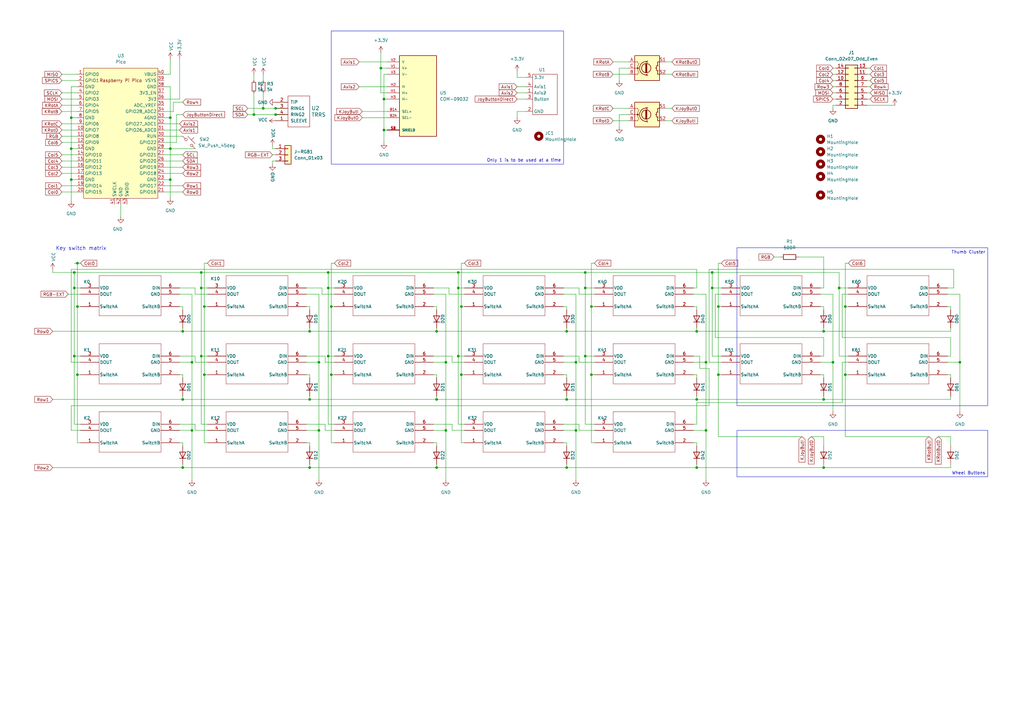
<source format=kicad_sch>
(kicad_sch (version 20230121) (generator eeschema)
  (paper "A3")
  (junction (at 337.82 191.77))
  (junction (at 294.64 153.67))
  (junction (at 337.82 163.83))
  (junction (at 29.21 73.66))
  (junction (at 187.96 111.76))
  (junction (at 187.96 118.11))
  (junction (at 82.55 146.05))
  (junction (at 134.62 111.76))
  (junction (at 130.81 148.59))
  (junction (at 240.03 118.11))
  (junction (at 83.82 153.67))
  (junction (at 242.57 153.67))
  (junction (at 179.07 191.77))
  (junction (at 285.75 135.89))
  (junction (at 69.85 60.96))
  (junction (at 156.21 27.94))
  (junction (at 189.23 125.73))
  (junction (at 232.41 191.77))
  (junction (at 74.93 191.77))
  (junction (at 31.75 125.73))
  (junction (at 182.88 148.59))
  (junction (at 346.71 125.73))
  (junction (at 127 191.77))
  (junction (at 232.41 135.89))
  (junction (at 294.64 125.73))
  (junction (at 236.22 176.53))
  (junction (at 236.22 148.59))
  (junction (at 127 163.83))
  (junction (at 69.85 48.26))
  (junction (at 83.82 125.73))
  (junction (at 113.03 46.99))
  (junction (at 182.88 176.53))
  (junction (at 78.74 176.53))
  (junction (at 157.48 40.64))
  (junction (at 74.93 163.83))
  (junction (at 134.62 118.11))
  (junction (at 344.17 118.11))
  (junction (at 187.96 146.05))
  (junction (at 242.57 125.73))
  (junction (at 74.93 135.89))
  (junction (at 240.03 146.05))
  (junction (at 135.89 125.73))
  (junction (at 292.1 111.76))
  (junction (at 30.48 111.76))
  (junction (at 104.14 46.99))
  (junction (at 289.56 148.59))
  (junction (at 134.62 146.05))
  (junction (at 29.21 48.26))
  (junction (at 135.89 153.67))
  (junction (at 179.07 135.89))
  (junction (at 31.75 107.95))
  (junction (at 292.1 118.11))
  (junction (at 189.23 153.67))
  (junction (at 285.75 191.77))
  (junction (at 346.71 153.67))
  (junction (at 107.95 44.45))
  (junction (at 130.81 176.53))
  (junction (at 337.82 135.89))
  (junction (at 31.75 153.67))
  (junction (at 78.74 148.59))
  (junction (at 29.21 60.96))
  (junction (at 82.55 118.11))
  (junction (at 179.07 163.83))
  (junction (at 341.63 148.59))
  (junction (at 69.85 73.66))
  (junction (at 113.03 44.45))
  (junction (at 393.7 148.59))
  (junction (at 127 135.89))
  (junction (at 30.48 146.05))
  (junction (at 82.55 111.76))
  (junction (at 157.48 53.34))
  (junction (at 289.56 176.53))
  (junction (at 30.48 118.11))
  (junction (at 232.41 163.83))
  (junction (at 285.75 163.83))
  (junction (at 240.03 111.76))
  (wire (pts (xy 134.62 146.05) (xy 137.16 146.05)))
  (wire (pts (xy 190.5 181.61) (xy 189.23 181.61)))
  (wire (pts (xy 148.59 48.26) (xy 158.75 48.26)))
  (wire (pts (xy 285.75 110.49) (xy 285.75 118.11)))
  (wire (pts (xy 273.05 30.48) (xy 275.59 30.48)))
  (wire (pts (xy 71.12 45.72) (xy 71.12 41.91)))
  (wire (pts (xy 115.57 49.53) (xy 116.84 49.53)))
  (wire (pts (xy 232.41 125.73) (xy 232.41 127)))
  (wire (pts (xy 107.95 44.45) (xy 113.03 44.45)))
  (wire (pts (xy 231.14 148.59) (xy 236.22 148.59)))
  (wire (pts (xy 147.32 35.56) (xy 158.75 35.56)))
  (wire (pts (xy 74.93 191.77) (xy 127 191.77)))
  (wire (pts (xy 82.55 118.11) (xy 82.55 146.05)))
  (wire (pts (xy 125.73 125.73) (xy 127 125.73)))
  (wire (pts (xy 67.31 76.2) (xy 74.93 76.2)))
  (wire (pts (xy 25.4 76.2) (xy 31.75 76.2)))
  (wire (pts (xy 113.03 46.99) (xy 116.84 46.99)))
  (wire (pts (xy 355.6 35.56) (xy 356.87 35.56)))
  (wire (pts (xy 236.22 120.65) (xy 236.22 148.59)))
  (wire (pts (xy 285.75 163.83) (xy 337.82 163.83)))
  (wire (pts (xy 285.75 190.5) (xy 285.75 191.77)))
  (wire (pts (xy 285.75 134.62) (xy 285.75 135.89)))
  (wire (pts (xy 243.84 125.73) (xy 242.57 125.73)))
  (wire (pts (xy 72.39 58.42) (xy 72.39 46.99)))
  (wire (pts (xy 74.93 135.89) (xy 127 135.89)))
  (wire (pts (xy 251.46 25.4) (xy 257.81 25.4)))
  (wire (pts (xy 289.56 176.53) (xy 289.56 196.85)))
  (wire (pts (xy 80.01 118.11) (xy 73.66 118.11)))
  (wire (pts (xy 295.91 153.67) (xy 294.64 153.67)))
  (wire (pts (xy 355.6 40.64) (xy 356.87 40.64)))
  (wire (pts (xy 341.63 120.65) (xy 336.55 120.65)))
  (wire (pts (xy 345.44 165.1) (xy 285.75 165.1)))
  (wire (pts (xy 243.84 148.59) (xy 237.49 148.59)))
  (wire (pts (xy 337.82 134.62) (xy 337.82 135.89)))
  (wire (pts (xy 127 191.77) (xy 179.07 191.77)))
  (wire (pts (xy 25.4 30.48) (xy 31.75 30.48)))
  (wire (pts (xy 237.49 176.53) (xy 237.49 173.99)))
  (wire (pts (xy 21.59 191.77) (xy 74.93 191.77)))
  (wire (pts (xy 336.55 148.59) (xy 341.63 148.59)))
  (wire (pts (xy 49.53 83.82) (xy 49.53 88.9)))
  (wire (pts (xy 341.63 33.02) (xy 342.9 33.02)))
  (wire (pts (xy 388.62 118.11) (xy 391.16 118.11)))
  (wire (pts (xy 127 190.5) (xy 127 191.77)))
  (wire (pts (xy 355.6 43.18) (xy 367.03 43.18)))
  (wire (pts (xy 287.02 151.13) (xy 287.02 146.05)))
  (wire (pts (xy 127 163.83) (xy 179.07 163.83)))
  (wire (pts (xy 74.93 190.5) (xy 74.93 191.77)))
  (wire (pts (xy 337.82 125.73) (xy 337.82 127)))
  (wire (pts (xy 82.55 118.11) (xy 85.09 118.11)))
  (wire (pts (xy 177.8 153.67) (xy 179.07 153.67)))
  (wire (pts (xy 85.09 181.61) (xy 83.82 181.61)))
  (wire (pts (xy 232.41 191.77) (xy 285.75 191.77)))
  (wire (pts (xy 346.71 153.67) (xy 346.71 179.07)))
  (wire (pts (xy 67.31 35.56) (xy 69.85 35.56)))
  (wire (pts (xy 190.5 148.59) (xy 185.42 148.59)))
  (wire (pts (xy 212.09 38.1) (xy 215.9 38.1)))
  (wire (pts (xy 67.31 48.26) (xy 69.85 48.26)))
  (wire (pts (xy 133.35 176.53) (xy 133.35 173.99)))
  (wire (pts (xy 389.89 134.62) (xy 389.89 135.89)))
  (wire (pts (xy 25.4 66.04) (xy 31.75 66.04)))
  (wire (pts (xy 125.73 118.11) (xy 132.08 118.11)))
  (wire (pts (xy 25.4 50.8) (xy 31.75 50.8)))
  (wire (pts (xy 134.62 111.76) (xy 187.96 111.76)))
  (wire (pts (xy 337.82 179.07) (xy 337.82 182.88)))
  (wire (pts (xy 190.5 107.95) (xy 189.23 107.95)))
  (wire (pts (xy 157.48 40.64) (xy 158.75 40.64)))
  (wire (pts (xy 29.21 176.53) (xy 29.21 166.37)))
  (wire (pts (xy 190.5 176.53) (xy 185.42 176.53)))
  (wire (pts (xy 389.89 138.43) (xy 389.89 146.05)))
  (wire (pts (xy 29.21 60.96) (xy 29.21 73.66)))
  (wire (pts (xy 285.75 125.73) (xy 285.75 127)))
  (wire (pts (xy 85.09 176.53) (xy 80.01 176.53)))
  (wire (pts (xy 251.46 44.45) (xy 257.81 44.45)))
  (wire (pts (xy 240.03 118.11) (xy 243.84 118.11)))
  (wire (pts (xy 179.07 135.89) (xy 232.41 135.89)))
  (wire (pts (xy 355.6 38.1) (xy 356.87 38.1)))
  (wire (pts (xy 332.74 179.07) (xy 337.82 179.07)))
  (wire (pts (xy 177.8 120.65) (xy 182.88 120.65)))
  (wire (pts (xy 389.89 153.67) (xy 389.89 154.94)))
  (wire (pts (xy 83.82 107.95) (xy 85.09 107.95)))
  (wire (pts (xy 125.73 146.05) (xy 133.35 146.05)))
  (wire (pts (xy 25.4 53.34) (xy 31.75 53.34)))
  (wire (pts (xy 347.98 120.65) (xy 345.44 120.65)))
  (wire (pts (xy 31.75 48.26) (xy 29.21 48.26)))
  (wire (pts (xy 294.64 107.95) (xy 295.91 107.95)))
  (wire (pts (xy 389.89 179.07) (xy 389.89 182.88)))
  (wire (pts (xy 135.89 153.67) (xy 137.16 153.67)))
  (wire (pts (xy 113.03 66.04) (xy 111.76 66.04)))
  (wire (pts (xy 337.82 146.05) (xy 336.55 146.05)))
  (wire (pts (xy 243.84 120.65) (xy 237.49 120.65)))
  (wire (pts (xy 73.66 148.59) (xy 78.74 148.59)))
  (wire (pts (xy 341.63 168.91) (xy 341.63 148.59)))
  (wire (pts (xy 285.75 173.99) (xy 284.48 173.99)))
  (wire (pts (xy 104.14 46.99) (xy 113.03 46.99)))
  (wire (pts (xy 179.07 125.73) (xy 179.07 127)))
  (wire (pts (xy 69.85 48.26) (xy 69.85 60.96)))
  (wire (pts (xy 29.21 110.49) (xy 285.75 110.49)))
  (wire (pts (xy 130.81 148.59) (xy 130.81 176.53)))
  (wire (pts (xy 177.8 146.05) (xy 185.42 146.05)))
  (wire (pts (xy 31.75 153.67) (xy 31.75 181.61)))
  (wire (pts (xy 254 46.99) (xy 257.81 46.99)))
  (wire (pts (xy 157.48 58.42) (xy 157.48 53.34)))
  (wire (pts (xy 347.98 125.73) (xy 346.71 125.73)))
  (wire (pts (xy 290.83 110.49) (xy 391.16 110.49)))
  (wire (pts (xy 67.31 66.04) (xy 74.93 66.04)))
  (wire (pts (xy 33.02 181.61) (xy 31.75 181.61)))
  (wire (pts (xy 285.75 162.56) (xy 285.75 163.83)))
  (wire (pts (xy 80.01 148.59) (xy 80.01 146.05)))
  (wire (pts (xy 292.1 111.76) (xy 292.1 118.11)))
  (wire (pts (xy 67.31 45.72) (xy 71.12 45.72)))
  (wire (pts (xy 29.21 35.56) (xy 31.75 35.56)))
  (wire (pts (xy 29.21 148.59) (xy 29.21 110.49)))
  (wire (pts (xy 25.4 63.5) (xy 31.75 63.5)))
  (wire (pts (xy 72.39 46.99) (xy 74.93 46.99)))
  (wire (pts (xy 104.14 46.99) (xy 101.6 46.99)))
  (wire (pts (xy 240.03 118.11) (xy 240.03 146.05)))
  (wire (pts (xy 285.75 191.77) (xy 337.82 191.77)))
  (wire (pts (xy 355.6 30.48) (xy 356.87 30.48)))
  (wire (pts (xy 127 153.67) (xy 127 154.94)))
  (wire (pts (xy 285.75 182.88) (xy 285.75 181.61)))
  (wire (pts (xy 254 27.94) (xy 257.81 27.94)))
  (wire (pts (xy 284.48 181.61) (xy 285.75 181.61)))
  (wire (pts (xy 111.76 60.96) (xy 113.03 60.96)))
  (wire (pts (xy 135.89 125.73) (xy 137.16 125.73)))
  (wire (pts (xy 341.63 148.59) (xy 341.63 120.65)))
  (wire (pts (xy 289.56 120.65) (xy 289.56 148.59)))
  (wire (pts (xy 388.62 125.73) (xy 389.89 125.73)))
  (wire (pts (xy 355.6 33.02) (xy 356.87 33.02)))
  (wire (pts (xy 388.62 153.67) (xy 389.89 153.67)))
  (wire (pts (xy 157.48 53.34) (xy 158.75 53.34)))
  (wire (pts (xy 101.6 44.45) (xy 107.95 44.45)))
  (wire (pts (xy 344.17 111.76) (xy 344.17 118.11)))
  (wire (pts (xy 127 162.56) (xy 127 163.83)))
  (wire (pts (xy 342.9 43.18) (xy 341.63 43.18)))
  (wire (pts (xy 137.16 173.99) (xy 134.62 173.99)))
  (wire (pts (xy 67.31 53.34) (xy 73.66 53.34)))
  (wire (pts (xy 346.71 107.95) (xy 347.98 107.95)))
  (wire (pts (xy 232.41 190.5) (xy 232.41 191.77)))
  (wire (pts (xy 347.98 146.05) (xy 344.17 146.05)))
  (wire (pts (xy 177.8 176.53) (xy 182.88 176.53)))
  (wire (pts (xy 156.21 27.94) (xy 158.75 27.94)))
  (wire (pts (xy 212.09 40.64) (xy 215.9 40.64)))
  (wire (pts (xy 125.73 176.53) (xy 130.81 176.53)))
  (wire (pts (xy 85.09 148.59) (xy 80.01 148.59)))
  (wire (pts (xy 231.14 176.53) (xy 236.22 176.53)))
  (wire (pts (xy 231.14 125.73) (xy 232.41 125.73)))
  (wire (pts (xy 74.93 163.83) (xy 127 163.83)))
  (wire (pts (xy 78.74 176.53) (xy 78.74 148.59)))
  (wire (pts (xy 111.76 59.69) (xy 111.76 60.96)))
  (wire (pts (xy 232.41 182.88) (xy 232.41 181.61)))
  (wire (pts (xy 341.63 38.1) (xy 342.9 38.1)))
  (wire (pts (xy 388.62 148.59) (xy 393.7 148.59)))
  (wire (pts (xy 31.75 107.95) (xy 33.02 107.95)))
  (wire (pts (xy 337.82 162.56) (xy 337.82 163.83)))
  (wire (pts (xy 21.59 135.89) (xy 74.93 135.89)))
  (wire (pts (xy 242.57 125.73) (xy 242.57 153.67)))
  (wire (pts (xy 240.03 111.76) (xy 292.1 111.76)))
  (wire (pts (xy 147.32 25.4) (xy 158.75 25.4)))
  (wire (pts (xy 125.73 173.99) (xy 133.35 173.99)))
  (wire (pts (xy 295.91 125.73) (xy 294.64 125.73)))
  (wire (pts (xy 74.93 154.94) (xy 74.93 153.67)))
  (wire (pts (xy 30.48 107.95) (xy 31.75 107.95)))
  (wire (pts (xy 130.81 120.65) (xy 130.81 148.59)))
  (wire (pts (xy 67.31 55.88) (xy 74.93 55.88)))
  (wire (pts (xy 30.48 111.76) (xy 82.55 111.76)))
  (wire (pts (xy 355.6 27.94) (xy 356.87 27.94)))
  (wire (pts (xy 346.71 125.73) (xy 346.71 153.67)))
  (wire (pts (xy 73.66 176.53) (xy 78.74 176.53)))
  (wire (pts (xy 285.75 118.11) (xy 284.48 118.11)))
  (wire (pts (xy 156.21 27.94) (xy 156.21 38.1)))
  (wire (pts (xy 134.62 111.76) (xy 134.62 118.11)))
  (wire (pts (xy 85.09 120.65) (xy 80.01 120.65)))
  (wire (pts (xy 290.83 148.59) (xy 290.83 110.49)))
  (wire (pts (xy 33.02 148.59) (xy 29.21 148.59)))
  (wire (pts (xy 337.82 135.89) (xy 389.89 135.89)))
  (wire (pts (xy 341.63 43.18) (xy 341.63 44.45)))
  (wire (pts (xy 74.93 125.73) (xy 74.93 127)))
  (wire (pts (xy 344.17 118.11) (xy 347.98 118.11)))
  (wire (pts (xy 80.01 176.53) (xy 80.01 173.99)))
  (wire (pts (xy 74.93 134.62) (xy 74.93 135.89)))
  (wire (pts (xy 345.44 148.59) (xy 345.44 165.1)))
  (wire (pts (xy 345.44 120.65) (xy 345.44 138.43)))
  (wire (pts (xy 156.21 21.59) (xy 156.21 27.94)))
  (wire (pts (xy 135.89 153.67) (xy 135.89 125.73)))
  (wire (pts (xy 157.48 40.64) (xy 157.48 30.48)))
  (wire (pts (xy 132.08 120.65) (xy 132.08 118.11)))
  (wire (pts (xy 285.75 153.67) (xy 285.75 154.94)))
  (wire (pts (xy 80.01 120.65) (xy 80.01 118.11)))
  (wire (pts (xy 30.48 111.76) (xy 30.48 118.11)))
  (wire (pts (xy 25.4 55.88) (xy 31.75 55.88)))
  (wire (pts (xy 284.48 146.05) (xy 287.02 146.05)))
  (wire (pts (xy 133.35 148.59) (xy 133.35 146.05)))
  (wire (pts (xy 82.55 146.05) (xy 82.55 173.99)))
  (wire (pts (xy 179.07 190.5) (xy 179.07 191.77)))
  (wire (pts (xy 284.48 153.67) (xy 285.75 153.67)))
  (wire (pts (xy 29.21 166.37) (xy 290.83 166.37)))
  (wire (pts (xy 67.31 71.12) (xy 74.93 71.12)))
  (wire (pts (xy 137.16 176.53) (xy 133.35 176.53)))
  (wire (pts (xy 341.63 30.48) (xy 342.9 30.48)))
  (wire (pts (xy 179.07 153.67) (xy 179.07 154.94)))
  (wire (pts (xy 187.96 146.05) (xy 187.96 173.99)))
  (wire (pts (xy 127 135.89) (xy 179.07 135.89)))
  (wire (pts (xy 29.21 48.26) (xy 29.21 35.56)))
  (wire (pts (xy 73.66 125.73) (xy 74.93 125.73)))
  (wire (pts (xy 237.49 148.59) (xy 237.49 146.05)))
  (wire (pts (xy 177.8 173.99) (xy 185.42 173.99)))
  (wire (pts (xy 341.63 35.56) (xy 342.9 35.56)))
  (wire (pts (xy 148.59 45.72) (xy 158.75 45.72)))
  (wire (pts (xy 189.23 125.73) (xy 190.5 125.73)))
  (wire (pts (xy 25.4 43.18) (xy 31.75 43.18)))
  (wire (pts (xy 242.57 153.67) (xy 242.57 181.61)))
  (wire (pts (xy 127 134.62) (xy 127 135.89)))
  (wire (pts (xy 67.31 78.74) (xy 74.93 78.74)))
  (wire (pts (xy 212.09 45.72) (xy 212.09 48.26)))
  (wire (pts (xy 337.82 105.41) (xy 337.82 118.11)))
  (wire (pts (xy 237.49 120.65) (xy 237.49 118.11)))
  (wire (pts (xy 337.82 138.43) (xy 337.82 146.05)))
  (wire (pts (xy 82.55 111.76) (xy 82.55 118.11)))
  (wire (pts (xy 336.55 125.73) (xy 337.82 125.73)))
  (wire (pts (xy 179.07 163.83) (xy 232.41 163.83)))
  (wire (pts (xy 231.14 146.05) (xy 237.49 146.05)))
  (wire (pts (xy 67.31 50.8) (xy 73.66 50.8)))
  (wire (pts (xy 393.7 120.65) (xy 393.7 148.59)))
  (wire (pts (xy 67.31 58.42) (xy 72.39 58.42)))
  (wire (pts (xy 83.82 125.73) (xy 83.82 153.67)))
  (wire (pts (xy 31.75 107.95) (xy 31.75 125.73)))
  (wire (pts (xy 240.03 111.76) (xy 240.03 118.11)))
  (wire (pts (xy 190.5 120.65) (xy 184.15 120.65)))
  (wire (pts (xy 125.73 181.61) (xy 127 181.61)))
  (wire (pts (xy 179.07 162.56) (xy 179.07 163.83)))
  (wire (pts (xy 190.5 153.67) (xy 189.23 153.67)))
  (wire (pts (xy 21.59 163.83) (xy 74.93 163.83)))
  (wire (pts (xy 231.14 120.65) (xy 236.22 120.65)))
  (wire (pts (xy 179.07 134.62) (xy 179.07 135.89)))
  (wire (pts (xy 231.14 181.61) (xy 232.41 181.61)))
  (wire (pts (xy 337.82 153.67) (xy 337.82 154.94)))
  (wire (pts (xy 78.74 196.85) (xy 78.74 176.53)))
  (wire (pts (xy 393.7 148.59) (xy 393.7 168.91)))
  (wire (pts (xy 289.56 148.59) (xy 289.56 176.53)))
  (wire (pts (xy 179.07 191.77) (xy 232.41 191.77)))
  (wire (pts (xy 29.21 73.66) (xy 29.21 82.55)))
  (wire (pts (xy 243.84 181.61) (xy 242.57 181.61)))
  (wire (pts (xy 293.37 138.43) (xy 337.82 138.43)))
  (wire (pts (xy 134.62 146.05) (xy 134.62 173.99)))
  (wire (pts (xy 177.8 181.61) (xy 179.07 181.61)))
  (wire (pts (xy 31.75 153.67) (xy 33.02 153.67)))
  (wire (pts (xy 212.09 29.21) (xy 212.09 31.75)))
  (wire (pts (xy 242.57 107.95) (xy 242.57 125.73)))
  (wire (pts (xy 179.07 181.61) (xy 179.07 182.88)))
  (wire (pts (xy 85.09 125.73) (xy 83.82 125.73)))
  (wire (pts (xy 184.15 118.11) (xy 177.8 118.11)))
  (wire (pts (xy 290.83 166.37) (xy 290.83 151.13)))
  (wire (pts (xy 69.85 35.56) (xy 69.85 48.26)))
  (wire (pts (xy 130.81 176.53) (xy 130.81 196.85)))
  (wire (pts (xy 294.64 125.73) (xy 294.64 107.95)))
  (wire (pts (xy 125.73 120.65) (xy 130.81 120.65)))
  (wire (pts (xy 189.23 107.95) (xy 189.23 125.73)))
  (wire (pts (xy 125.73 153.67) (xy 127 153.67)))
  (wire (pts (xy 67.31 63.5) (xy 74.93 63.5)))
  (wire (pts (xy 25.4 71.12) (xy 31.75 71.12)))
  (wire (pts (xy 232.41 153.67) (xy 232.41 154.94)))
  (wire (pts (xy 391.16 110.49) (xy 391.16 118.11)))
  (wire (pts (xy 184.15 120.65) (xy 184.15 118.11)))
  (wire (pts (xy 232.41 162.56) (xy 232.41 163.83)))
  (wire (pts (xy 25.4 33.02) (xy 31.75 33.02)))
  (wire (pts (xy 67.31 60.96) (xy 69.85 60.96)))
  (wire (pts (xy 232.41 134.62) (xy 232.41 135.89)))
  (wire (pts (xy 251.46 30.48) (xy 257.81 30.48)))
  (wire (pts (xy 317.5 105.41) (xy 320.04 105.41)))
  (wire (pts (xy 107.95 44.45) (xy 107.95 38.1)))
  (wire (pts (xy 346.71 107.95) (xy 346.71 125.73)))
  (wire (pts (xy 189.23 181.61) (xy 189.23 153.67)))
  (wire (pts (xy 30.48 146.05) (xy 30.48 173.99)))
  (wire (pts (xy 295.91 120.65) (xy 293.37 120.65)))
  (wire (pts (xy 232.41 163.83) (xy 285.75 163.83)))
  (wire (pts (xy 337.82 191.77) (xy 389.89 191.77)))
  (wire (pts (xy 384.81 179.07) (xy 389.89 179.07)))
  (wire (pts (xy 284.48 120.65) (xy 289.56 120.65)))
  (wire (pts (xy 182.88 176.53) (xy 182.88 196.85)))
  (wire (pts (xy 187.96 118.11) (xy 187.96 146.05)))
  (wire (pts (xy 285.75 135.89) (xy 337.82 135.89)))
  (wire (pts (xy 284.48 176.53) (xy 289.56 176.53)))
  (wire (pts (xy 345.44 138.43) (xy 389.89 138.43)))
  (wire (pts (xy 251.46 49.53) (xy 257.81 49.53)))
  (wire (pts (xy 134.62 118.11) (xy 134.62 146.05)))
  (wire (pts (xy 389.89 125.73) (xy 389.89 127)))
  (wire (pts (xy 189.23 125.73) (xy 189.23 153.67)))
  (wire (pts (xy 74.93 153.67) (xy 73.66 153.67)))
  (wire (pts (xy 187.96 118.11) (xy 190.5 118.11)))
  (wire (pts (xy 73.66 146.05) (xy 80.01 146.05)))
  (wire (pts (xy 232.41 135.89) (xy 285.75 135.89)))
  (wire (pts (xy 337.82 163.83) (xy 389.89 163.83)))
  (wire (pts (xy 346.71 153.67) (xy 347.98 153.67)))
  (wire (pts (xy 135.89 181.61) (xy 135.89 153.67)))
  (wire (pts (xy 73.66 24.13) (xy 73.66 40.64)))
  (wire (pts (xy 389.89 162.56) (xy 389.89 163.83)))
  (wire (pts (xy 29.21 48.26) (xy 29.21 60.96)))
  (wire (pts (xy 337.82 118.11) (xy 336.55 118.11)))
  (wire (pts (xy 73.66 181.61) (xy 74.93 181.61)))
  (wire (pts (xy 69.85 60.96) (xy 69.85 73.66)))
  (wire (pts (xy 21.59 110.49) (xy 21.59 111.76)))
  (wire (pts (xy 113.03 44.45) (xy 116.84 44.45)))
  (wire (pts (xy 69.85 60.96) (xy 80.01 60.96)))
  (wire (pts (xy 69.85 81.28) (xy 69.85 73.66)))
  (wire (pts (xy 231.14 173.99) (xy 237.49 173.99)))
  (wire (pts (xy 25.4 45.72) (xy 31.75 45.72)))
  (wire (pts (xy 336.55 153.67) (xy 337.82 153.67)))
  (wire (pts (xy 254 33.02) (xy 254 27.94)))
  (wire (pts (xy 190.5 146.05) (xy 187.96 146.05)))
  (wire (pts (xy 177.8 148.59) (xy 182.88 148.59)))
  (wire (pts (xy 236.22 148.59) (xy 236.22 176.53)))
  (wire (pts (xy 294.64 153.67) (xy 294.64 179.07)))
  (wire (pts (xy 25.4 58.42) (xy 31.75 58.42)))
  (wire (pts (xy 157.48 53.34) (xy 157.48 40.64)))
  (wire (pts (xy 292.1 111.76) (xy 344.17 111.76)))
  (wire (pts (xy 243.84 153.67) (xy 242.57 153.67)))
  (wire (pts (xy 69.85 73.66) (xy 67.31 73.66)))
  (wire (pts (xy 187.96 111.76) (xy 240.03 111.76)))
  (wire (pts (xy 389.89 191.77) (xy 389.89 190.5)))
  (wire (pts (xy 273.05 49.53) (xy 275.59 49.53)))
  (wire (pts (xy 107.95 30.48) (xy 107.95 33.02)))
  (wire (pts (xy 284.48 148.59) (xy 289.56 148.59)))
  (wire (pts (xy 177.8 125.73) (xy 179.07 125.73)))
  (wire (pts (xy 240.03 146.05) (xy 243.84 146.05)))
  (wire (pts (xy 82.55 111.76) (xy 134.62 111.76)))
  (wire (pts (xy 71.12 41.91) (xy 74.93 41.91)))
  (wire (pts (xy 187.96 111.76) (xy 187.96 118.11)))
  (wire (pts (xy 104.14 38.1) (xy 104.14 46.99)))
  (wire (pts (xy 341.63 40.64) (xy 342.9 40.64)))
  (wire (pts (xy 67.31 68.58) (xy 74.93 68.58)))
  (wire (pts (xy 31.75 125.73) (xy 31.75 153.67)))
  (wire (pts (xy 285.75 165.1) (xy 285.75 173.99)))
  (wire (pts (xy 327.66 105.41) (xy 337.82 105.41)))
  (wire (pts (xy 347.98 148.59) (xy 345.44 148.59)))
  (wire (pts (xy 33.02 146.05) (xy 30.48 146.05)))
  (wire (pts (xy 293.37 120.65) (xy 293.37 138.43)))
  (wire (pts (xy 30.48 118.11) (xy 30.48 146.05)))
  (wire (pts (xy 74.93 181.61) (xy 74.93 182.88)))
  (wire (pts (xy 157.48 30.48) (xy 158.75 30.48)))
  (wire (pts (xy 25.4 40.64) (xy 31.75 40.64)))
  (wire (pts (xy 182.88 120.65) (xy 182.88 148.59)))
  (wire (pts (xy 341.63 27.94) (xy 342.9 27.94)))
  (wire (pts (xy 240.03 146.05) (xy 240.03 173.99)))
  (wire (pts (xy 30.48 118.11) (xy 33.02 118.11)))
  (wire (pts (xy 115.57 41.91) (xy 116.84 41.91)))
  (wire (pts (xy 73.66 173.99) (xy 80.01 173.99)))
  (wire (pts (xy 135.89 125.73) (xy 135.89 107.95)))
  (wire (pts (xy 82.55 146.05) (xy 85.09 146.05)))
  (wire (pts (xy 33.02 173.99) (xy 30.48 173.99)))
  (wire (pts (xy 134.62 118.11) (xy 137.16 118.11)))
  (wire (pts (xy 25.4 38.1) (xy 31.75 38.1)))
  (wire (pts (xy 292.1 118.11) (xy 295.91 118.11)))
  (wire (pts (xy 344.17 118.11) (xy 344.17 146.05)))
  (wire (pts (xy 231.14 153.67) (xy 232.41 153.67)))
  (wire (pts (xy 292.1 118.11) (xy 292.1 146.05)))
  (wire (pts (xy 25.4 78.74) (xy 31.75 78.74)))
  (wire (pts (xy 137.16 148.59) (xy 133.35 148.59)))
  (wire (pts (xy 125.73 148.59) (xy 130.81 148.59)))
  (wire (pts (xy 212.09 35.56) (xy 215.9 35.56)))
  (wire (pts (xy 67.31 30.48) (xy 69.85 30.48)))
  (wire (pts (xy 243.84 176.53) (xy 237.49 176.53)))
  (wire (pts (xy 290.83 151.13) (xy 287.02 151.13)))
  (wire (pts (xy 182.88 148.59) (xy 182.88 176.53)))
  (wire (pts (xy 190.5 173.99) (xy 187.96 173.99)))
  (wire (pts (xy 242.57 107.95) (xy 243.84 107.95)))
  (wire (pts (xy 185.42 148.59) (xy 185.42 146.05)))
  (wire (pts (xy 83.82 125.73) (xy 83.82 107.95)))
  (wire (pts (xy 240.03 173.99) (xy 243.84 173.99)))
  (wire (pts (xy 27.94 120.65) (xy 33.02 120.65)))
  (wire (pts (xy 254 52.07) (xy 254 46.99)))
  (wire (pts (xy 284.48 125.73) (xy 285.75 125.73)))
  (wire (pts (xy 273.05 44.45) (xy 275.59 44.45)))
  (wire (pts (xy 389.89 146.05) (xy 388.62 146.05)))
  (wire (pts (xy 137.16 181.61) (xy 135.89 181.61)))
  (wire (pts (xy 156.21 38.1) (xy 158.75 38.1)))
  (wire (pts (xy 231.14 118.11) (xy 237.49 118.11)))
  (wire (pts (xy 69.85 30.48) (xy 69.85 24.13)))
  (wire (pts (xy 127 181.61) (xy 127 182.88)))
  (wire (pts (xy 236.22 176.53) (xy 236.22 196.85)))
  (wire (pts (xy 111.76 63.5) (xy 113.03 63.5)))
  (wire (pts (xy 137.16 120.65) (xy 132.08 120.65)))
  (wire (pts (xy 78.74 148.59) (xy 78.74 120.65)))
  (wire (pts (xy 185.42 176.53) (xy 185.42 173.99)))
  (wire (pts (xy 295.91 148.59) (xy 290.83 148.59)))
  (wire (pts (xy 337.82 190.5) (xy 337.82 191.77)))
  (wire (pts (xy 85.09 173.99) (xy 82.55 173.99)))
  (wire (pts (xy 25.4 68.58) (xy 31.75 68.58)))
  (wire (pts (xy 29.21 60.96) (xy 31.75 60.96)))
  (wire (pts (xy 292.1 146.05) (xy 295.91 146.05)))
  (wire (pts (xy 127 125.73) (xy 127 127)))
  (wire (pts (xy 78.74 120.65) (xy 73.66 120.65)))
  (wire (pts (xy 74.93 162.56) (xy 74.93 163.83)))
  (wire (pts (xy 67.31 40.64) (xy 73.66 40.64)))
  (wire (pts (xy 111.76 66.04) (xy 111.76 67.31)))
  (wire (pts (xy 135.89 107.95) (xy 137.16 107.95)))
  (wire (pts (xy 346.71 179.07) (xy 381 179.07)))
  (wire (pts (xy 33.02 176.53) (xy 29.21 176.53)))
  (wire (pts (xy 29.21 73.66) (xy 31.75 73.66)))
  (wire (pts (xy 83.82 153.67) (xy 83.82 181.61)))
  (wire (pts (xy 388.62 120.65) (xy 393.7 120.65)))
  (wire (pts (xy 31.75 125.73) (xy 33.02 125.73)))
  (wire (pts (xy 273.05 25.4) (xy 275.59 25.4)))
  (wire (pts (xy 294.64 179.07) (xy 328.93 179.07)))
  (wire (pts (xy 294.64 125.73) (xy 294.64 153.67)))
  (wire (pts (xy 212.09 31.75) (xy 215.9 31.75)))
  (wire (pts (xy 104.14 30.48) (xy 104.14 33.02)))
  (wire (pts (xy 21.59 111.76) (xy 30.48 111.76)))
  (wire (pts (xy 215.9 45.72) (xy 212.09 45.72)))
  (wire (pts (xy 83.82 153.67) (xy 85.09 153.67)))
  (rectangle (start 307.34 106.68) (end 307.34 106.68))
  (text_box "Wheel Buttons" (at 302.26 176.53 0) (size 102.87 19.05) (effects (font (size 1.27 1.27)) (justify right bottom)))
  (text_box "Thumb Cluster\n" (at 302.26 101.6 0) (size 102.87 64.77) (effects (font (size 1.27 1.27)) (justify right top)))
  (text_box "Only 1 is to be used at a time" (at 135.89 12.7 0) (size 95.25 54.61) (effects (font (size 1.27 1.27)) (justify right bottom)))
  (text "Key switch matrix" (at 22.86 102.87 0) (effects (font (size 1.524 1.524)) (justify left bottom)))
  (global_label "KJoyButO" (shape input) (at 275.59 44.45 0) (property "Intersheetrefs" "${INTERSHEET_REFS}" (effects hide)))
  (global_label "Col1" (shape input) (at 25.4 76.2 180) (property "Intersheetrefs" "${INTERSHEET_REFS}" (effects hide)))
  (global_label "KRotD" (shape input) (at 251.46 49.53 180) (property "Intersheetrefs" "${INTERSHEET_REFS}" (effects hide)))
  (global_label "SCLK" (shape input) (at 25.4 38.1 180) (property "Intersheetrefs" "${INTERSHEET_REFS}" (effects hide)))
  (global_label "Axis2" (shape input) (at 212.09 38.1 180) (property "Intersheetrefs" "${INTERSHEET_REFS}" (effects hide)))
  (global_label "KJoyButO" (shape input) (at 332.74 179.07 270) (property "Intersheetrefs" "${INTERSHEET_REFS}" (effects hide)))
  (global_label "SPICS" (shape input) (at 25.4 33.02 180) (property "Intersheetrefs" "${INTERSHEET_REFS}" (effects hide)))
  (global_label "Row3" (shape input) (at 341.63 35.56 180) (property "Intersheetrefs" "${INTERSHEET_REFS}" (effects hide)))
  (global_label "KJoyButI" (shape input) (at 328.93 179.07 270) (property "Intersheetrefs" "${INTERSHEET_REFS}" (effects hide)))
  (global_label "KRotA" (shape input) (at 25.4 43.18 180) (property "Intersheetrefs" "${INTERSHEET_REFS}" (effects hide)))
  (global_label "Row4" (shape input) (at 74.93 41.91 0) (property "Intersheetrefs" "${INTERSHEET_REFS}" (effects hide)))
  (global_label "Row1" (shape input) (at 21.59 163.83 180) (property "Intersheetrefs" "${INTERSHEET_REFS}" (effects hide)))
  (global_label "SCLK" (shape input) (at 356.87 40.64 0) (property "Intersheetrefs" "${INTERSHEET_REFS}" (effects hide)))
  (global_label "Row0" (shape input) (at 21.59 135.89 180) (property "Intersheetrefs" "${INTERSHEET_REFS}" (effects hide)))
  (global_label "Row4" (shape input) (at 356.87 35.56 0) (property "Intersheetrefs" "${INTERSHEET_REFS}" (effects hide)))
  (global_label "RGB-EXT" (shape input) (at 27.94 120.65 180) (property "Intersheetrefs" "${INTERSHEET_REFS}" (effects hide)))
  (global_label "Col6" (shape input) (at 347.98 107.95 0) (property "Intersheetrefs" "${INTERSHEET_REFS}" (effects hide)))
  (global_label "Row3" (shape input) (at 74.93 68.58 0) (property "Intersheetrefs" "${INTERSHEET_REFS}" (effects hide)))
  (global_label "Col0" (shape input) (at 25.4 78.74 180) (property "Intersheetrefs" "${INTERSHEET_REFS}" (effects hide)))
  (global_label "KRotButO" (shape input) (at 384.81 179.07 270) (property "Intersheetrefs" "${INTERSHEET_REFS}" (effects hide)))
  (global_label "KRotB" (shape input) (at 251.46 30.48 180) (property "Intersheetrefs" "${INTERSHEET_REFS}" (effects hide)))
  (global_label "Row2" (shape input) (at 74.93 71.12 0) (property "Intersheetrefs" "${INTERSHEET_REFS}" (effects hide)))
  (global_label "MISO" (shape input) (at 356.87 38.1 0) (property "Intersheetrefs" "${INTERSHEET_REFS}" (effects hide)))
  (global_label "KJoyButI" (shape input) (at 148.59 45.72 180) (property "Intersheetrefs" "${INTERSHEET_REFS}" (effects hide)))
  (global_label "KRotB" (shape input) (at 25.4 45.72 180) (property "Intersheetrefs" "${INTERSHEET_REFS}" (effects hide)))
  (global_label "Col6" (shape input) (at 25.4 58.42 180) (property "Intersheetrefs" "${INTERSHEET_REFS}" (effects hide)))
  (global_label "MOSI" (shape input) (at 341.63 38.1 180) (property "Intersheetrefs" "${INTERSHEET_REFS}" (effects hide)))
  (global_label "Col4" (shape input) (at 25.4 66.04 180) (property "Intersheetrefs" "${INTERSHEET_REFS}" (effects hide)))
  (global_label "Axis1" (shape input) (at 212.09 35.56 180) (property "Intersheetrefs" "${INTERSHEET_REFS}" (effects hide)))
  (global_label "SDA" (shape input) (at 74.93 66.04 0) (property "Intersheetrefs" "${INTERSHEET_REFS}" (effects hide)))
  (global_label "Col2" (shape input) (at 137.16 107.95 0) (property "Intersheetrefs" "${INTERSHEET_REFS}" (effects hide)))
  (global_label "KRotA" (shape input) (at 251.46 25.4 180) (property "Intersheetrefs" "${INTERSHEET_REFS}" (effects hide)))
  (global_label "Col4" (shape input) (at 341.63 33.02 180) (property "Intersheetrefs" "${INTERSHEET_REFS}" (effects hide)))
  (global_label "Axis2" (shape input) (at 73.66 50.8 0) (property "Intersheetrefs" "${INTERSHEET_REFS}" (effects hide)))
  (global_label "Col2" (shape input) (at 341.63 30.48 180) (property "Intersheetrefs" "${INTERSHEET_REFS}" (effects hide)))
  (global_label "KRotButO" (shape input) (at 275.59 25.4 0) (property "Intersheetrefs" "${INTERSHEET_REFS}" (effects hide)))
  (global_label "Col0" (shape input) (at 33.02 107.95 0) (property "Intersheetrefs" "${INTERSHEET_REFS}" (effects hide)))
  (global_label "KRotButI" (shape input) (at 381 179.07 270) (property "Intersheetrefs" "${INTERSHEET_REFS}" (effects hide)))
  (global_label "Col3" (shape input) (at 25.4 68.58 180) (property "Intersheetrefs" "${INTERSHEET_REFS}" (effects hide)))
  (global_label "KRotC" (shape input) (at 25.4 50.8 180) (property "Intersheetrefs" "${INTERSHEET_REFS}" (effects hide)))
  (global_label "Col1" (shape input) (at 356.87 27.94 0) (property "Intersheetrefs" "${INTERSHEET_REFS}" (effects hide)))
  (global_label "KRotD" (shape input) (at 25.4 53.34 180) (property "Intersheetrefs" "${INTERSHEET_REFS}" (effects hide)))
  (global_label "RGB" (shape input) (at 25.4 55.88 180) (property "Intersheetrefs" "${INTERSHEET_REFS}" (effects hide)))
  (global_label "KJoyButO" (shape input) (at 148.59 48.26 180) (property "Intersheetrefs" "${INTERSHEET_REFS}" (effects hide)))
  (global_label "RGB-EXT" (shape input) (at 111.76 63.5 180) (property "Intersheetrefs" "${INTERSHEET_REFS}" (effects hide)))
  (global_label "Col2" (shape input) (at 25.4 71.12 180) (property "Intersheetrefs" "${INTERSHEET_REFS}" (effects hide)))
  (global_label "Col3" (shape input) (at 356.87 30.48 0) (property "Intersheetrefs" "${INTERSHEET_REFS}" (effects hide)))
  (global_label "Col5" (shape input) (at 356.87 33.02 0) (property "Intersheetrefs" "${INTERSHEET_REFS}" (effects hide)))
  (global_label "Row1" (shape input) (at 74.93 76.2 0) (property "Intersheetrefs" "${INTERSHEET_REFS}" (effects hide)))
  (global_label "Axis2" (shape input) (at 147.32 35.56 180) (property "Intersheetrefs" "${INTERSHEET_REFS}" (effects hide)))
  (global_label "Col5" (shape input) (at 25.4 63.5 180) (property "Intersheetrefs" "${INTERSHEET_REFS}" (effects hide)))
  (global_label "Col1" (shape input) (at 85.09 107.95 0) (property "Intersheetrefs" "${INTERSHEET_REFS}" (effects hide)))
  (global_label "Col0" (shape input) (at 341.63 27.94 180) (property "Intersheetrefs" "${INTERSHEET_REFS}" (effects hide)))
  (global_label "JoyButtonDirect" (shape input) (at 212.09 40.64 180) (property "Intersheetrefs" "${INTERSHEET_REFS}" (effects hide)))
  (global_label "SCL" (shape input) (at 101.6 44.45 180) (property "Intersheetrefs" "${INTERSHEET_REFS}" (effects hide)))
  (global_label "MOSI" (shape input) (at 25.4 40.64 180) (property "Intersheetrefs" "${INTERSHEET_REFS}" (effects hide)))
  (global_label "Row2" (shape input) (at 21.59 191.77 180) (property "Intersheetrefs" "${INTERSHEET_REFS}" (effects hide)))
  (global_label "SPICS" (shape input) (at 341.63 40.64 180) (property "Intersheetrefs" "${INTERSHEET_REFS}" (effects hide)))
  (global_label "MISO" (shape input) (at 25.4 30.48 180) (property "Intersheetrefs" "${INTERSHEET_REFS}" (effects hide)))
  (global_label "JoyButtonDirect" (shape input) (at 74.93 46.99 0) (property "Intersheetrefs" "${INTERSHEET_REFS}" (effects hide)))
  (global_label "Col3" (shape input) (at 190.5 107.95 0) (property "Intersheetrefs" "${INTERSHEET_REFS}" (effects hide)))
  (global_label "Col4" (shape input) (at 243.84 107.95 0) (property "Intersheetrefs" "${INTERSHEET_REFS}" (effects hide)))
  (global_label "KRotButI" (shape input) (at 275.59 30.48 0) (property "Intersheetrefs" "${INTERSHEET_REFS}" (effects hide)))
  (global_label "KJoyButI" (shape input) (at 275.59 49.53 0) (property "Intersheetrefs" "${INTERSHEET_REFS}" (effects hide)))
  (global_label "Col5" (shape input) (at 295.91 107.95 0) (property "Intersheetrefs" "${INTERSHEET_REFS}" (effects hide)))
  (global_label "Axis1" (shape input) (at 73.66 53.34 0) (property "Intersheetrefs" "${INTERSHEET_REFS}" (effects hide)))
  (global_label "Axis1" (shape input) (at 147.32 25.4 180) (property "Intersheetrefs" "${INTERSHEET_REFS}" (effects hide)))
  (global_label "Row0" (shape input) (at 74.93 78.74 0) (property "Intersheetrefs" "${INTERSHEET_REFS}" (effects hide)))
  (global_label "SDA" (shape input) (at 101.6 46.99 180) (property "Intersheetrefs" "${INTERSHEET_REFS}" (effects hide)))
  (global_label "SCL" (shape input) (at 74.93 63.5 0) (property "Intersheetrefs" "${INTERSHEET_REFS}" (effects hide)))
  (global_label "KRotC" (shape input) (at 251.46 44.45 180) (property "Intersheetrefs" "${INTERSHEET_REFS}" (effects hide)))
  (global_label "RGB" (shape input) (at 317.5 105.41 180) (property "Intersheetrefs" "${INTERSHEET_REFS}" (effects hide)))
  (symbol (lib_id "Device:D") (at 74.93 130.81 90) (unit 1)
    (property "Reference" "D00" (effects hide))
    (property "Value" "D00" (at 77.47 130.81 0))
    (property "Footprint" "Diode_SMD:D_0805_2012Metric_Pad1.15x1.40mm_HandSolder" (effects hide))
    (property "Sim.Device" "D" (effects hide))
    (property "Sim.Pins" "1=K 2=A" (effects hide))
  )
  (symbol (lib_id "Device:D") (at 74.93 158.75 90) (unit 1)
    (property "Reference" "D01" (effects hide))
    (property "Value" "D01" (at 77.47 158.75 0))
    (property "Footprint" "Diode_SMD:D_0805_2012Metric_Pad1.15x1.40mm_HandSolder" (effects hide))
    (property "Sim.Device" "D" (effects hide))
    (property "Sim.Pins" "1=K 2=A" (effects hide))
  )
  (symbol (lib_id "Device:D") (at 74.93 186.69 90) (unit 1)
    (property "Reference" "D02" (effects hide))
    (property "Value" "D02" (at 77.47 186.69 0))
    (property "Footprint" "Diode_SMD:D_0805_2012Metric_Pad1.15x1.40mm_HandSolder" (effects hide))
    (property "Sim.Device" "D" (effects hide))
    (property "Sim.Pins" "1=K 2=A" (effects hide))
  )
  (symbol (lib_id "Misc:4960-with-switch") (at 33.02 173.99 0) (unit 1)
    (property "Reference" "K2" (at 34.29 171.45 0) (effects (justify left)))
    (property "Value" "K02" (effects hide))
    (property "Footprint" "misc:SW_Cherry_MX_1.00u_PCB_with_4960" (effects hide))
    (property "Datasheet" "4960" (effects hide))
  )
  (symbol (lib_id "Misc:4960-with-switch") (at 33.02 146.05 0) (unit 1)
    (property "Reference" "K1" (at 34.29 143.51 0) (effects (justify left)))
    (property "Value" "K01" (effects hide))
    (property "Footprint" "misc:SW_Cherry_MX_1.00u_PCB_with_4960" (effects hide))
    (property "Datasheet" "4960" (effects hide))
  )
  (symbol (lib_id "Misc:4960-with-switch") (at 33.02 118.11 0) (unit 1)
    (property "Reference" "K0" (at 34.29 115.57 0) (effects (justify left)))
    (property "Value" "K00" (effects hide))
    (property "Footprint" "misc:SW_Cherry_MX_1.00u_PCB_with_4960" (effects hide))
    (property "Datasheet" "4960" (effects hide))
  )
  (symbol (lib_id "LTStagger-rescue:TRRS-keebio") (at 121.92 52.07 0) (unit 1)
    (property "Reference" "U2" (at 127.7112 44.3738 0) (effects (font (size 1.524 1.524)) (justify left)))
    (property "Value" "TRRS" (at 127.7112 47.0662 0) (effects (font (size 1.524 1.524)) (justify left)))
    (property "Footprint" "Digi:TRRS-PJ-320A-no-Fmask" (effects hide))
  )
  (symbol (lib_id "power:GND") (at 113.03 41.91 270) (unit 1)
    (property "Reference" "#PWR0105" (effects hide))
    (property "Value" "GND" (at 109.7788 42.037 90) (effects (justify right)))
  )
  (symbol (lib_id "power:VCC") (at 113.03 49.53 90) (unit 1)
    (property "Reference" "#PWR0106" (effects hide))
    (property "Value" "VCC" (at 109.8042 49.149 90) (effects (justify left)))
  )
  (symbol (lib_id "Device:R_Small") (at 104.14 35.56 0) (unit 1)
    (property "Reference" "R2" (at 105.6386 34.3916 0) (effects (justify left)))
    (property "Value" "5k" (at 105.6386 36.703 0) (effects (justify left)))
    (property "Footprint" "Resistor_SMD:R_0805_2012Metric_Pad1.20x1.40mm_HandSolder" (effects hide))
  )
  (symbol (lib_id "Device:R_Small") (at 107.95 35.56 0) (unit 1)
    (property "Reference" "R3" (at 109.4486 34.3916 0) (effects (justify left)))
    (property "Value" "5k" (at 109.4486 36.703 0) (effects (justify left)))
    (property "Footprint" "Resistor_SMD:R_0805_2012Metric_Pad1.20x1.40mm_HandSolder" (effects hide))
  )
  (symbol (lib_id "power:VCC") (at 104.14 30.48 0) (unit 1)
    (property "Reference" "#PWR0107" (effects hide))
    (property "Value" "VCC" (at 104.521 27.2542 90) (effects (justify left)))
  )
  (symbol (lib_id "power:VCC") (at 107.95 30.48 0) (unit 1)
    (property "Reference" "#PWR0108" (effects hide))
    (property "Value" "VCC" (at 108.331 27.2542 90) (effects (justify left)))
  )
  (symbol (lib_id "Device:D") (at 127 130.81 90) (unit 1)
    (property "Reference" "D10" (effects hide))
    (property "Value" "D10" (at 129.54 130.81 0))
    (property "Footprint" "Diode_SMD:D_0805_2012Metric_Pad1.15x1.40mm_HandSolder" (effects hide))
    (property "Sim.Device" "D" (effects hide))
    (property "Sim.Pins" "1=K 2=A" (effects hide))
  )
  (symbol (lib_id "Device:D") (at 127 158.75 90) (unit 1)
    (property "Reference" "D11" (effects hide))
    (property "Value" "D11" (at 129.54 158.75 0))
    (property "Footprint" "Diode_SMD:D_0805_2012Metric_Pad1.15x1.40mm_HandSolder" (effects hide))
    (property "Sim.Device" "D" (effects hide))
    (property "Sim.Pins" "1=K 2=A" (effects hide))
  )
  (symbol (lib_id "Device:D") (at 127 186.69 90) (unit 1)
    (property "Reference" "D12" (effects hide))
    (property "Value" "D12" (at 129.54 186.69 0))
    (property "Footprint" "Diode_SMD:D_0805_2012Metric_Pad1.15x1.40mm_HandSolder" (effects hide))
    (property "Sim.Device" "D" (effects hide))
    (property "Sim.Pins" "1=K 2=A" (effects hide))
  )
  (symbol (lib_id "Misc:4960-with-switch") (at 85.09 173.99 0) (unit 1)
    (property "Reference" "K12" (at 86.36 171.45 0) (effects (justify left)))
    (property "Value" "K12" (effects hide))
    (property "Footprint" "misc:SW_Cherry_MX_1.00u_PCB_with_4960" (effects hide))
    (property "Datasheet" "4960" (effects hide))
  )
  (symbol (lib_id "Misc:4960-with-switch") (at 85.09 146.05 0) (unit 1)
    (property "Reference" "K11" (at 86.36 143.51 0) (effects (justify left)))
    (property "Value" "K11" (effects hide))
    (property "Footprint" "misc:SW_Cherry_MX_1.00u_PCB_with_4960" (effects hide))
    (property "Datasheet" "4960" (effects hide))
  )
  (symbol (lib_id "Misc:4960-with-switch") (at 85.09 118.11 0) (unit 1)
    (property "Reference" "K10" (at 86.36 114.3 0) (effects (justify left)))
    (property "Value" "K10" (effects hide))
    (property "Footprint" "misc:SW_Cherry_MX_1.00u_PCB_with_4960" (effects hide))
    (property "Datasheet" "4960" (effects hide))
  )
  (symbol (lib_id "Device:D") (at 179.07 130.81 90) (unit 1)
    (property "Reference" "D20" (effects hide))
    (property "Value" "D20" (at 181.61 130.81 0))
    (property "Footprint" "Diode_SMD:D_0805_2012Metric_Pad1.15x1.40mm_HandSolder" (effects hide))
    (property "Sim.Device" "D" (effects hide))
    (property "Sim.Pins" "1=K 2=A" (effects hide))
  )
  (symbol (lib_id "Device:D") (at 179.07 158.75 90) (unit 1)
    (property "Reference" "D21" (effects hide))
    (property "Value" "D21" (at 181.61 158.75 0))
    (property "Footprint" "Diode_SMD:D_0805_2012Metric_Pad1.15x1.40mm_HandSolder" (effects hide))
    (property "Sim.Device" "D" (effects hide))
    (property "Sim.Pins" "1=K 2=A" (effects hide))
  )
  (symbol (lib_id "Device:D") (at 179.07 186.69 90) (unit 1)
    (property "Reference" "D22" (effects hide))
    (property "Value" "D22" (at 181.61 186.69 0))
    (property "Footprint" "Diode_SMD:D_0805_2012Metric_Pad1.15x1.40mm_HandSolder" (effects hide))
    (property "Sim.Device" "D" (effects hide))
    (property "Sim.Pins" "1=K 2=A" (effects hide))
  )
  (symbol (lib_id "Misc:4960-with-switch") (at 137.16 173.99 0) (unit 1)
    (property "Reference" "K22" (at 138.43 171.45 0) (effects (justify left)))
    (property "Value" "K22" (effects hide))
    (property "Footprint" "misc:SW_Cherry_MX_1.00u_PCB_with_4960" (effects hide))
    (property "Datasheet" "4960" (effects hide))
  )
  (symbol (lib_id "Misc:4960-with-switch") (at 137.16 146.05 0) (unit 1)
    (property "Reference" "K21" (at 138.43 143.51 0) (effects (justify left)))
    (property "Value" "K21" (effects hide))
    (property "Footprint" "misc:SW_Cherry_MX_1.00u_PCB_with_4960" (effects hide))
    (property "Datasheet" "4960" (effects hide))
  )
  (symbol (lib_id "Misc:4960-with-switch") (at 137.16 118.11 0) (unit 1)
    (property "Reference" "K20" (at 138.43 115.57 0) (effects (justify left)))
    (property "Value" "K20" (effects hide))
    (property "Footprint" "misc:SW_Cherry_MX_1.00u_PCB_with_4960" (effects hide))
    (property "Datasheet" "4960" (effects hide))
  )
  (symbol (lib_id "Device:D") (at 232.41 130.81 90) (unit 1)
    (property "Reference" "D30" (effects hide))
    (property "Value" "D30" (at 234.95 130.81 0))
    (property "Footprint" "Diode_SMD:D_0805_2012Metric_Pad1.15x1.40mm_HandSolder" (effects hide))
    (property "Sim.Device" "D" (effects hide))
    (property "Sim.Pins" "1=K 2=A" (effects hide))
  )
  (symbol (lib_id "Device:D") (at 232.41 158.75 90) (unit 1)
    (property "Reference" "D31" (effects hide))
    (property "Value" "D31" (at 234.95 158.75 0))
    (property "Footprint" "Diode_SMD:D_0805_2012Metric_Pad1.15x1.40mm_HandSolder" (effects hide))
    (property "Sim.Device" "D" (effects hide))
    (property "Sim.Pins" "1=K 2=A" (effects hide))
  )
  (symbol (lib_id "Device:D") (at 232.41 186.69 90) (unit 1)
    (property "Reference" "D32" (effects hide))
    (property "Value" "D32" (at 234.95 186.69 0))
    (property "Footprint" "Diode_SMD:D_0805_2012Metric_Pad1.15x1.40mm_HandSolder" (effects hide))
    (property "Sim.Device" "D" (effects hide))
    (property "Sim.Pins" "1=K 2=A" (effects hide))
  )
  (symbol (lib_id "Misc:4960-with-switch") (at 190.5 173.99 0) (unit 1)
    (property "Reference" "K32" (at 191.77 171.45 0) (effects (justify left)))
    (property "Value" "K32" (effects hide))
    (property "Footprint" "misc:SW_Cherry_MX_1.00u_PCB_with_4960" (effects hide))
    (property "Datasheet" "4960" (effects hide))
  )
  (symbol (lib_id "Misc:4960-with-switch") (at 190.5 146.05 0) (unit 1)
    (property "Reference" "K31" (at 191.77 143.51 0) (effects (justify left)))
    (property "Value" "K31" (effects hide))
    (property "Footprint" "misc:SW_Cherry_MX_1.00u_PCB_with_4960" (effects hide))
    (property "Datasheet" "4960" (effects hide))
  )
  (symbol (lib_id "Misc:4960-with-switch") (at 190.5 118.11 0) (unit 1)
    (property "Reference" "K30" (at 191.77 115.57 0) (effects (justify left)))
    (property "Value" "K30" (effects hide))
    (property "Footprint" "misc:SW_Cherry_MX_1.00u_PCB_with_4960" (effects hide))
    (property "Datasheet" "4960" (effects hide))
  )
  (symbol (lib_id "Device:D") (at 285.75 130.81 90) (unit 1)
    (property "Reference" "D40" (effects hide))
    (property "Value" "D40" (at 288.29 130.81 0))
    (property "Footprint" "Diode_SMD:D_0805_2012Metric_Pad1.15x1.40mm_HandSolder" (effects hide))
    (property "Sim.Device" "D" (effects hide))
    (property "Sim.Pins" "1=K 2=A" (effects hide))
  )
  (symbol (lib_id "Device:D") (at 285.75 158.75 90) (unit 1)
    (property "Reference" "D41" (effects hide))
    (property "Value" "D41" (at 288.29 158.75 0))
    (property "Footprint" "Diode_SMD:D_0805_2012Metric_Pad1.15x1.40mm_HandSolder" (effects hide))
    (property "Sim.Device" "D" (effects hide))
    (property "Sim.Pins" "1=K 2=A" (effects hide))
  )
  (symbol (lib_id "Device:D") (at 285.75 186.69 90) (unit 1)
    (property "Reference" "D42" (effects hide))
    (property "Value" "D42" (at 288.29 186.69 0))
    (property "Footprint" "Diode_SMD:D_0805_2012Metric_Pad1.15x1.40mm_HandSolder" (effects hide))
    (property "Sim.Device" "D" (effects hide))
    (property "Sim.Pins" "1=K 2=A" (effects hide))
  )
  (symbol (lib_id "Misc:4960-with-switch") (at 243.84 173.99 0) (unit 1)
    (property "Reference" "K42" (at 245.11 171.45 0) (effects (justify left)))
    (property "Value" "K42" (effects hide))
    (property "Footprint" "misc:SW_Cherry_MX_1.00u_PCB_with_4960" (effects hide))
    (property "Datasheet" "4960" (effects hide))
  )
  (symbol (lib_id "Misc:4960-with-switch") (at 243.84 146.05 0) (unit 1)
    (property "Reference" "K41" (at 245.11 143.51 0) (effects (justify left)))
    (property "Value" "K41" (effects hide))
    (property "Footprint" "misc:SW_Cherry_MX_1.00u_PCB_with_4960" (effects hide))
    (property "Datasheet" "4960" (effects hide))
  )
  (symbol (lib_id "Misc:4960-with-switch") (at 243.84 118.11 0) (unit 1)
    (property "Reference" "K40" (at 245.11 115.57 0) (effects (justify left)))
    (property "Value" "K40" (effects hide))
    (property "Footprint" "misc:SW_Cherry_MX_1.00u_PCB_with_4960" (effects hide))
    (property "Datasheet" "4960" (effects hide))
  )
  (symbol (lib_id "Device:D") (at 337.82 130.81 90) (unit 1)
    (property "Reference" "D50" (effects hide))
    (property "Value" "D50" (at 340.36 130.81 0))
    (property "Footprint" "Diode_SMD:D_0805_2012Metric_Pad1.15x1.40mm_HandSolder" (effects hide))
    (property "Sim.Device" "D" (effects hide))
    (property "Sim.Pins" "1=K 2=A" (effects hide))
  )
  (symbol (lib_id "Device:D") (at 337.82 158.75 90) (unit 1)
    (property "Reference" "D51" (effects hide))
    (property "Value" "D51" (at 340.36 158.75 0))
    (property "Footprint" "Diode_SMD:D_0805_2012Metric_Pad1.15x1.40mm_HandSolder" (effects hide))
    (property "Sim.Device" "D" (effects hide))
    (property "Sim.Pins" "1=K 2=A" (effects hide))
  )
  (symbol (lib_id "Misc:4960-with-switch") (at 295.91 146.05 0) (unit 1)
    (property "Reference" "K51" (at 297.18 143.51 0) (effects (justify left)))
    (property "Value" "K51" (effects hide))
    (property "Footprint" "misc:Low-Profile-Choc-MX-with-4960-LED" (effects hide))
    (property "Datasheet" "4960" (effects hide))
  )
  (symbol (lib_id "Misc:4960-with-switch") (at 295.91 118.11 0) (unit 1)
    (property "Reference" "K50" (at 297.18 115.57 0) (effects (justify left)))
    (property "Value" "K50" (effects hide))
    (property "Footprint" "misc:Low-Profile-Choc-MX-with-4960-LED" (effects hide))
    (property "Datasheet" "4960" (effects hide))
  )
  (symbol (lib_id "Switch:SW_Push_45deg") (at 77.47 58.42 0) (unit 1)
    (property "Reference" "SW2" (at 83.82 57.15 0))
    (property "Value" "SW_Push_45deg" (at 88.9 59.69 0))
    (property "Footprint" "Digi:SW_Tactile_SPST_Angled_MJTP1117" (effects hide))
  )
  (symbol (lib_id "LTStagger-rescue:Rotary_Encoder_Switch-Device") (at 265.43 27.94 0) (unit 1)
    (property "Reference" "RSW1B1" (effects hide))
    (property "Value" "Rotary_Encoder_Switch" (effects hide))
    (property "Footprint" "misc:EVQWGD001" (effects hide))
  )
  (symbol (lib_id "Connector_Generic:Conn_02x07_Odd_Even") (at 350.52 35.56 180) (unit 1)
    (property "Reference" "J1" (at 349.25 21.59 0))
    (property "Value" "Conn_02x07_Odd_Even" (at 349.25 24.13 0))
    (property "Footprint" "Connector_PinHeader_2.54mm:PinHeader_2x07_P2.54mm_Vertical" (effects hide))
  )
  (symbol (lib_id "power:GND") (at 393.7 168.91 0) (unit 1)
    (property "Reference" "#PWR014" (effects hide))
    (property "Value" "GND" (at 393.7 173.99 0))
  )
  (symbol (lib_id "Mechanical:MountingHole") (at 220.98 55.88 0) (unit 1)
    (property "Reference" "JC1" (at 223.52 54.61 0) (effects (justify left)))
    (property "Value" "MountingHole" (at 223.52 57.15 0) (effects (justify left)))
  )
  (symbol (lib_id "power:GND") (at 289.56 196.85 0) (unit 1)
    (property "Reference" "#PWR015" (effects hide))
    (property "Value" "GND" (at 289.56 201.93 0))
  )
  (symbol (lib_id "Mechanical:MountingHole") (at 336.55 57.15 0) (unit 1)
    (property "Reference" "H1" (at 339.09 55.88 0) (effects (justify left)))
    (property "Value" "MountingHole" (at 339.09 58.42 0) (effects (justify left)))
    (property "Footprint" "MountingHole:MountingHole_4.3mm_M4_ISO7380_Pad_TopBottom" (effects hide))
  )
  (symbol (lib_id "power:GND") (at 49.53 88.9 0) (unit 1)
    (property "Reference" "#PWR02" (effects hide))
    (property "Value" "GND" (at 48.26 93.98 0))
  )
  (symbol (lib_id "power:VCC") (at 111.76 59.69 0) (unit 1)
    (property "Reference" "#PWR020" (effects hide))
    (property "Value" "VCC" (at 112.141 56.4642 90) (effects (justify left)))
  )
  (symbol (lib_id "Mechanical:MountingHole") (at 336.55 62.23 0) (unit 1)
    (property "Reference" "H2" (at 339.09 60.96 0) (effects (justify left)))
    (property "Value" "MountingHole" (at 339.09 63.5 0) (effects (justify left)))
    (property "Footprint" "MountingHole:MountingHole_4.3mm_M4_ISO7380_Pad_TopBottom" (effects hide))
  )
  (symbol (lib_id "LTStagger-rescue:Rotary_Encoder_Switch-Device") (at 265.43 46.99 0) (unit 1)
    (property "Reference" "RSW1A1" (effects hide))
    (property "Value" "Rotary_Encoder_Switch" (effects hide))
    (property "Footprint" "misc:EVQWGD001" (effects hide))
  )
  (symbol (lib_id "Device:R") (at 323.85 105.41 90) (unit 1)
    (property "Reference" "R1" (at 323.85 99.06 90))
    (property "Value" "500R" (at 323.85 101.6 90))
    (property "Footprint" "Resistor_SMD:R_0805_2012Metric_Pad1.20x1.40mm_HandSolder" (effects hide))
  )
  (symbol (lib_id "Device:D") (at 337.82 186.69 90) (unit 1)
    (property "Reference" "D52" (effects hide))
    (property "Value" "D52" (at 340.36 186.69 0))
    (property "Footprint" "Diode_SMD:D_0805_2012Metric_Pad1.15x1.40mm_HandSolder" (effects hide))
    (property "Sim.Device" "D" (effects hide))
    (property "Sim.Pins" "1=K 2=A" (effects hide))
  )
  (symbol (lib_id "power:+3.3V") (at 212.09 29.21 0) (unit 1)
    (property "Reference" "#PWR011" (effects hide))
    (property "Value" "+3.3V" (at 212.09 24.13 0))
  )
  (symbol (lib_id "power:VCC") (at 69.85 24.13 0) (unit 1)
    (property "Reference" "#PWR08" (effects hide))
    (property "Value" "VCC" (at 70.231 20.9042 90) (effects (justify left)))
  )
  (symbol (lib_id "Device:D") (at 389.89 130.81 90) (unit 1)
    (property "Reference" "D60" (effects hide))
    (property "Value" "D60" (at 392.43 130.81 0))
    (property "Footprint" "Diode_SMD:D_0805_2012Metric_Pad1.15x1.40mm_HandSolder" (effects hide))
    (property "Sim.Device" "D" (effects hide))
    (property "Sim.Pins" "1=K 2=A" (effects hide))
  )
  (symbol (lib_id "power:GND") (at 254 52.07 0) (unit 1)
    (property "Reference" "#PWR09" (effects hide))
    (property "Value" "GND" (at 254 57.15 0))
  )
  (symbol (lib_id "Mechanical:MountingHole") (at 336.55 72.39 0) (unit 1)
    (property "Reference" "H4" (at 339.09 71.12 0) (effects (justify left)))
    (property "Value" "MountingHole" (at 339.09 73.66 0) (effects (justify left)))
    (property "Footprint" "MountingHole:MountingHole_4.3mm_M4_ISO7380_Pad_TopBottom" (effects hide))
  )
  (symbol (lib_id "power:+3.3V") (at 367.03 43.18 0) (unit 1)
    (property "Reference" "#PWR022" (effects hide))
    (property "Value" "+3.3V" (at 367.03 38.1 0))
  )
  (symbol (lib_id "power:GND") (at 157.48 58.42 0) (unit 1)
    (property "Reference" "#PWR07" (effects hide))
    (property "Value" "GND" (at 157.48 63.5 0))
  )
  (symbol (lib_id "Misc:JoyConStick") (at 223.52 38.1 0) (unit 1)
    (property "Reference" "U1" (at 220.98 28.575 0) (effects (justify left)))
    (property "Value" "~" (at 223.52 38.1 0))
    (property "Footprint" "misc:joycon-thumbstick-with-ZIF" (effects hide))
  )
  (symbol (lib_id "Misc:4960-with-switch") (at 347.98 118.11 0) (unit 1)
    (property "Reference" "K60" (at 349.25 115.57 0) (effects (justify left)))
    (property "Value" "K50" (effects hide))
    (property "Footprint" "misc:Low-Profile-Choc-MX-with-4960-LED" (effects hide))
    (property "Datasheet" "4960" (effects hide))
  )
  (symbol (lib_id "Misc:4960-with-switch") (at 347.98 146.05 0) (unit 1)
    (property "Reference" "K61" (at 349.25 143.51 0) (effects (justify left)))
    (property "Value" "K51" (effects hide))
    (property "Footprint" "misc:Low-Profile-Choc-MX-with-4960-LED" (effects hide))
    (property "Datasheet" "4960" (effects hide))
  )
  (symbol (lib_id "power:GND") (at 78.74 196.85 0) (unit 1)
    (property "Reference" "#PWR019" (effects hide))
    (property "Value" "GND" (at 78.74 201.93 0))
  )
  (symbol (lib_id "power:GND") (at 182.88 196.85 0) (unit 1)
    (property "Reference" "#PWR017" (effects hide))
    (property "Value" "GND" (at 182.88 201.93 0))
  )
  (symbol (lib_id "Device:D") (at 389.89 158.75 90) (unit 1)
    (property "Reference" "D61" (effects hide))
    (property "Value" "D61" (at 392.43 158.75 0))
    (property "Footprint" "Diode_SMD:D_0805_2012Metric_Pad1.15x1.40mm_HandSolder" (effects hide))
    (property "Sim.Device" "D" (effects hide))
    (property "Sim.Pins" "1=K 2=A" (effects hide))
  )
  (symbol (lib_id "power:GND") (at 212.09 48.26 0) (unit 1)
    (property "Reference" "#PWR010" (effects hide))
    (property "Value" "GND" (at 212.09 53.34 0))
  )
  (symbol (lib_id "power:GND") (at 341.63 44.45 0) (unit 1)
    (property "Reference" "#PWR023" (effects hide))
    (property "Value" "GND" (at 341.63 49.53 0))
  )
  (symbol (lib_id "power:+3.3V") (at 73.66 24.13 0) (unit 1)
    (property "Reference" "#PWR05" (effects hide))
    (property "Value" "+3.3V" (at 73.66 19.05 90))
  )
  (symbol (lib_id "Connector_Generic:Conn_01x03") (at 118.11 63.5 0) (unit 1)
    (property "Reference" "J-RGB1" (at 120.65 62.23 0) (effects (justify left)))
    (property "Value" "Conn_01x03" (at 120.65 64.77 0) (effects (justify left)))
    (property "Footprint" "Connector:FanPinHeader_1x03_P2.54mm_Vertical" (effects hide))
  )
  (symbol (lib_id "power:GND") (at 69.85 81.28 0) (unit 1)
    (property "Reference" "#PWR03" (effects hide))
    (property "Value" "GND" (at 69.85 86.36 0))
  )
  (symbol (lib_id "power:GND") (at 236.22 196.85 0) (unit 1)
    (property "Reference" "#PWR016" (effects hide))
    (property "Value" "GND" (at 236.22 201.93 0))
  )
  (symbol (lib_id "Mechanical:MountingHole") (at 336.55 80.01 0) (unit 1)
    (property "Reference" "H5" (at 339.09 78.74 0) (effects (justify left)))
    (property "Value" "MountingHole" (at 339.09 81.28 0) (effects (justify left)))
    (property "Footprint" "misc:trackball-mount" (effects hide))
  )
  (symbol (lib_id "power:GND") (at 130.81 196.85 0) (unit 1)
    (property "Reference" "#PWR018" (effects hide))
    (property "Value" "GND" (at 130.81 201.93 0))
  )
  (symbol (lib_id "power:+3.3V") (at 156.21 21.59 0) (unit 1)
    (property "Reference" "#PWR06" (effects hide))
    (property "Value" "+3.3V" (at 156.21 16.51 0))
  )
  (symbol (lib_id "Mechanical:MountingHole") (at 336.55 67.31 0) (unit 1)
    (property "Reference" "H3" (at 339.09 66.04 0) (effects (justify left)))
    (property "Value" "MountingHole" (at 339.09 68.58 0) (effects (justify left)))
    (property "Footprint" "MountingHole:MountingHole_4.3mm_M4_ISO7380_Pad_TopBottom" (effects hide))
  )
  (symbol (lib_id "power:VCC") (at 21.59 110.49 0) (unit 1)
    (property "Reference" "#PWR012" (effects hide))
    (property "Value" "VCC" (at 21.971 107.2642 90) (effects (justify left)))
  )
  (symbol (lib_id "power:GND") (at 111.76 67.31 0) (unit 1)
    (property "Reference" "#PWR021" (effects hide))
    (property "Value" "GND" (at 111.887 70.5612 90) (effects (justify right)))
  )
  (symbol (lib_id "power:GND") (at 341.63 168.91 0) (unit 1)
    (property "Reference" "#PWR013" (effects hide))
    (property "Value" "GND" (at 341.63 173.99 0))
  )
  (symbol (lib_id "RPi Pico:Pico") (at 49.53 54.61 0) (unit 1)
    (property "Reference" "U3" (at 49.53 22.86 0))
    (property "Value" "Pico" (at 49.53 25.4 0))
    (property "Footprint" "misc:RPi_Pico_SMD_TH_reduced_extra" (effects hide))
  )
  (symbol (lib_id "power:GND") (at 254 33.02 0) (unit 1)
    (property "Reference" "#PWR01" (effects hide))
    (property "Value" "GND" (at 254 38.1 0))
  )
  (symbol (lib_id "power:GND") (at 29.21 82.55 0) (unit 1)
    (property "Reference" "#PWR04" (effects hide))
    (property "Value" "GND" (at 29.21 87.63 0))
  )
  (symbol (lib_id "Device:D") (at 389.89 186.69 90) (unit 1)
    (property "Reference" "D62" (effects hide))
    (property "Value" "D62" (at 392.43 186.69 0))
    (property "Footprint" "Diode_SMD:D_0805_2012Metric_Pad1.15x1.40mm_HandSolder" (effects hide))
    (property "Sim.Device" "D" (effects hide))
    (property "Sim.Pins" "1=K 2=A" (effects hide))
  )
  (symbol (lib_id "PS5 joy:COM-09032") (at 171.45 38.1 0) (unit 1)
    (property "Reference" "U5" (at 180.34 38.1 0) (effects (justify left)))
    (property "Value" "COM-09032" (at 180.34 40.64 0) (effects (justify left)))
    (property "Footprint" "PS5:XDCR_COM-09032" (effects hide))
    (property "MF" "SparkFun Electronics" (effects hide))
    (property "MAXIMUM_PACKAGE_HEIGHT" "30.1mm" (effects hide))
    (property "Package" "Package" (effects hide))
    (property "Price" "None" (effects hide))
    (property "Check_prices" "https://www.snapeda.com/parts/COM-09032/SparkFun+Electronics/view-part/?ref=eda" (effects hide))
    (property "STANDARD" "Manufacturer Recommendations" (effects hide))
    (property "PARTREV" "N/A" (effects hide))
    (property "SnapEDA_Link" "https://www.snapeda.com/parts/COM-09032/SparkFun+Electronics/view-part/?ref=snap" (effects hide))
    (property "MP" "COM-09032" (effects hide))
    (property "Description" "\nJoystick, 2 - Axis Analog (Resistive) Output\n" (effects hide))
    (property "Availability" "In Stock" (effects hide))
    (property "MANUFACTURER" "SparkFun Electronics" (effects hide))
  )
)
</source>
